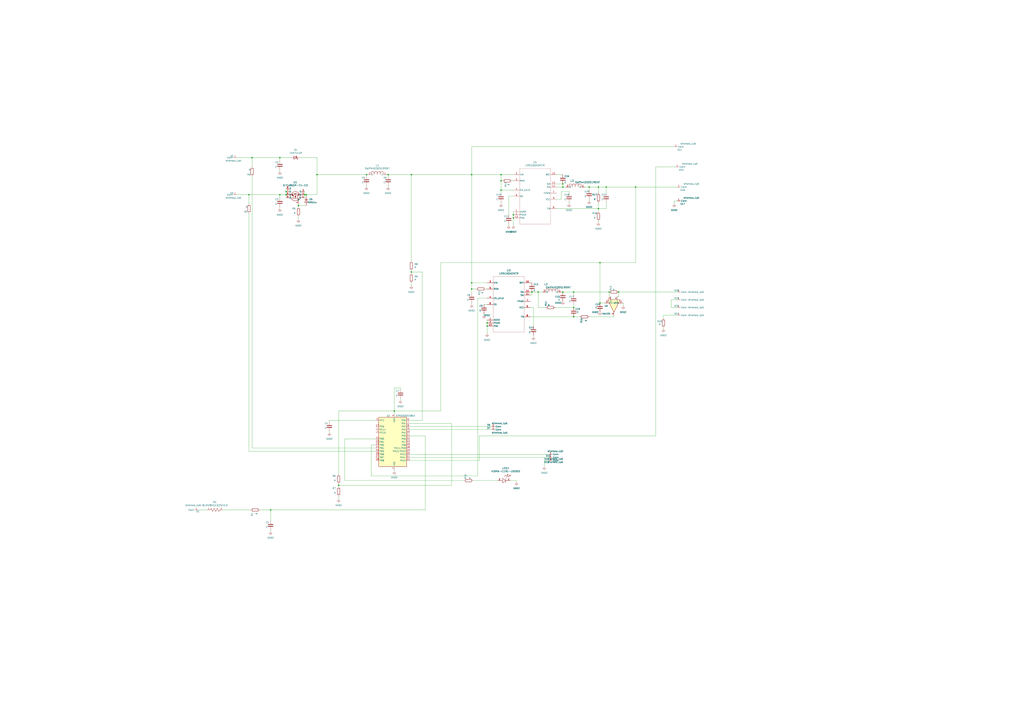
<source format=kicad_sch>
(kicad_sch (version 20230121) (generator eeschema)
  (paper "A1")
  (lib_symbols
    (symbol "Amplifier_Current:INA193" (pin_names (offset 0.127))
      (property "Reference" "U" (at 3.81 3.81 0))
      (property "Value" "INA193" (at 3.81 -3.81 0))
      (symbol "INA193_0_1"
        (polyline (pts (xy 5.08 0) (xy -5.08 5.08) (xy -5.08 -5.08) (xy 5.08 0)) (stroke (width 0.254)) (fill (type background)))
      )
      (symbol "INA193_1_1"
        (pin output line (at 7.62 0 180) (length 2.54) (name "~") (number "1"))
        (pin power_in line (at -2.54 -7.62 90) (length 3.81) (name "GND") (number "2"))
        (pin input line (at -7.62 2.54 0) (length 2.54) (name "+") (number "3"))
        (pin input line (at -7.62 -2.54 0) (length 2.54) (name "-") (number "4"))
        (pin power_in line (at -2.54 7.62 270) (length 3.81) (name "V+") (number "5"))
      )
    )
    (symbol "BLM18KG102SH1D:BLM18KG102SH1D" (pin_names (offset 0.254))
      (property "Reference" "R" (at 5.715 3.81 0))
      (property "Value" "BLM18KG102SH1D" (at 6.35 -3.81 0))
      (symbol "BLM18KG102SH1D_1_1"
        (polyline (pts (xy 2.54 0) (xy 3.175 1.27)) (stroke (width 0.2032)))
        (polyline (pts (xy 3.175 1.27) (xy 4.445 -1.27)) (stroke (width 0.2032)))
        (polyline (pts (xy 4.445 -1.27) (xy 5.715 1.27)) (stroke (width 0.2032)))
        (polyline (pts (xy 5.715 1.27) (xy 6.985 -1.27)) (stroke (width 0.2032)))
        (polyline (pts (xy 6.985 -1.27) (xy 8.255 1.27)) (stroke (width 0.2032)))
        (polyline (pts (xy 8.255 1.27) (xy 9.525 -1.27)) (stroke (width 0.2032)))
        (polyline (pts (xy 9.525 -1.27) (xy 10.16 0)) (stroke (width 0.2032)))
        (pin unspecified line (at 0 0 0) (length 2.54) (name "") (number "1"))
        (pin unspecified line (at 12.7 0 180) (length 2.54) (name "") (number "2"))
      )
      (symbol "BLM18KG102SH1D_1_2"
        (polyline (pts (xy -1.27 3.175) (xy 1.27 4.445)) (stroke (width 0.2032)))
        (polyline (pts (xy -1.27 5.715) (xy 1.27 6.985)) (stroke (width 0.2032)))
        (polyline (pts (xy -1.27 8.255) (xy 1.27 9.525)) (stroke (width 0.2032)))
        (polyline (pts (xy 0 2.54) (xy -1.27 3.175)) (stroke (width 0.2032)))
        (polyline (pts (xy 1.27 4.445) (xy -1.27 5.715)) (stroke (width 0.2032)))
        (polyline (pts (xy 1.27 6.985) (xy -1.27 8.255)) (stroke (width 0.2032)))
        (polyline (pts (xy 1.27 9.525) (xy 0 10.16)) (stroke (width 0.2032)))
        (pin unspecified line (at 0 12.7 270) (length 2.54) (name "") (number "1"))
        (pin unspecified line (at 0 0 90) (length 2.54) (name "") (number "2"))
      )
    )
    (symbol "Connectors_for_Wire:WireHole_1p5"
      (property "Reference" "D" (at 0 -1.27 0))
      (property "Value" "WireHole_1p5" (at 0 1.27 0))
      (symbol "WireHole_1p5_1_0"
        (pin bidirectional line (at 0 0 0) (length 2.54) (name "Conn") (number "1"))
      )
    )
    (symbol "Device:C" (pin_numbers hide) (pin_names (offset 0.254))
      (property "Reference" "C" (at 0.635 2.54 0))
      (property "Value" "C" (at 0.635 -2.54 0))
      (symbol "C_0_1"
        (polyline (pts (xy -2.032 -0.762) (xy 2.032 -0.762)) (stroke (width 0.508)))
        (polyline (pts (xy -2.032 0.762) (xy 2.032 0.762)) (stroke (width 0.508)))
      )
      (symbol "C_1_1"
        (pin passive line (at 0 3.81 270) (length 2.794) (name "~") (number "1"))
        (pin passive line (at 0 -3.81 90) (length 2.794) (name "~") (number "2"))
      )
    )
    (symbol "Device:R" (pin_numbers hide) (pin_names (offset 0))
      (property "Reference" "R" (at 2.032 0 90))
      (property "Value" "R" (at 0 0 90))
      (symbol "R_0_1"
        (rectangle (start -1.016 -2.54) (end 1.016 2.54) (stroke (width 0.254)))
      )
      (symbol "R_1_1"
        (pin passive line (at 0 3.81 270) (length 1.27) (name "~") (number "1"))
        (pin passive line (at 0 -3.81 90) (length 1.27) (name "~") (number "2"))
      )
    )
    (symbol "Diode:1N5711UR" (pin_numbers hide) (pin_names (offset 1.016) hide)
      (property "Reference" "D" (at 0 2.54 0))
      (property "Value" "1N5711UR" (at 0 -2.54 0))
      (symbol "1N5711UR_0_1"
        (polyline (pts (xy 1.27 0) (xy -1.27 0)))
        (polyline (pts (xy 1.27 1.27) (xy 1.27 -1.27) (xy -1.27 0) (xy 1.27 1.27)) (stroke (width 0.254)))
        (polyline (pts (xy -1.905 0.635) (xy -1.905 1.27) (xy -1.27 1.27) (xy -1.27 -1.27) (xy -0.635 -1.27) (xy -0.635 -0.635)) (stroke (width 0.254)))
      )
      (symbol "1N5711UR_1_1"
        (pin passive line (at -3.81 0 0) (length 2.54) (name "K") (number "1"))
        (pin passive line (at 3.81 0 180) (length 2.54) (name "A") (number "2"))
      )
    )
    (symbol "Diode:MM5Zxx" (pin_numbers hide) (pin_names hide)
      (property "Reference" "D" (at 0 2.54 0))
      (property "Value" "MM5Zxx" (at 0 -2.54 0))
      (symbol "MM5Zxx_0_1"
        (polyline (pts (xy 1.27 0) (xy -1.27 0)))
        (polyline (pts (xy -1.27 -1.27) (xy -1.27 1.27) (xy -0.762 1.27)) (stroke (width 0.254)))
        (polyline (pts (xy 1.27 -1.27) (xy 1.27 1.27) (xy -1.27 0) (xy 1.27 -1.27)) (stroke (width 0.254)))
      )
      (symbol "MM5Zxx_1_1"
        (pin passive line (at -3.81 0 0) (length 2.54) (name "K") (number "1"))
        (pin passive line (at 3.81 0 180) (length 2.54) (name "A") (number "2"))
      )
    )
    (symbol "HSMW-C191:HSMW-C191-U0000" (pin_names (offset 0.254))
      (property "Reference" "LED" (at 5.08 -4.445 0))
      (property "Value" "HSMW-C191-U0000" (at 5.08 -7.62 0))
      (symbol "HSMW-C191-U0000_0_1"
        (polyline (pts (xy 2.54 0) (xy 3.4798 0)) (stroke (width 0.2032)))
        (polyline (pts (xy 3.175 0) (xy 3.81 0)) (stroke (width 0.2032)))
        (polyline (pts (xy 3.81 -1.905) (xy 6.35 0)) (stroke (width 0.2032)))
        (polyline (pts (xy 3.81 1.905) (xy 3.81 -1.905)) (stroke (width 0.2032)))
        (polyline (pts (xy 5.08 3.175) (xy 6.35 4.445)) (stroke (width 0.2032)))
        (polyline (pts (xy 6.35 -1.905) (xy 6.35 1.905)) (stroke (width 0.2032)))
        (polyline (pts (xy 6.35 0) (xy 3.81 1.905)) (stroke (width 0.2032)))
        (polyline (pts (xy 6.35 0) (xy 7.62 0)) (stroke (width 0.2032)))
        (polyline (pts (xy 6.35 4.445) (xy 6.985 3.81)) (stroke (width 0.2032)))
        (polyline (pts (xy 6.985 2.54) (xy 8.255 3.81)) (stroke (width 0.2032)))
        (polyline (pts (xy 6.985 3.81) (xy 8.255 5.08)) (stroke (width 0.2032)))
        (polyline (pts (xy 7.62 5.08) (xy 8.255 4.445)) (stroke (width 0.2032)))
        (polyline (pts (xy 8.255 3.81) (xy 8.89 3.175)) (stroke (width 0.2032)))
        (polyline (pts (xy 8.255 4.445) (xy 8.255 5.08)) (stroke (width 0.2032)))
        (polyline (pts (xy 8.255 5.08) (xy 7.62 5.08)) (stroke (width 0.2032)))
        (polyline (pts (xy 8.89 3.175) (xy 10.16 4.445)) (stroke (width 0.2032)))
        (polyline (pts (xy 9.525 4.445) (xy 10.16 3.81)) (stroke (width 0.2032)))
        (polyline (pts (xy 10.16 3.81) (xy 10.16 4.445)) (stroke (width 0.2032)))
        (polyline (pts (xy 10.16 4.445) (xy 9.525 4.445)) (stroke (width 0.2032)))
        (pin unspecified line (at 10.16 0 180) (length 2.54) (name "") (number "1"))
        (pin unspecified line (at 0 0 0) (length 2.54) (name "") (number "2"))
      )
    )
    (symbol "LM5160ADNTR:LM5160ADNTR" (pin_names (offset 0.254))
      (property "Reference" "U" (at 0 2.54 0))
      (property "Value" "LM5160ADNTR" (at 0 0 0))
      (symbol "LM5160ADNTR_0_1"
        (polyline (pts (xy -12.7 -22.86) (xy 12.7 -22.86)) (stroke (width 0.1016)))
        (polyline (pts (xy -12.7 22.86) (xy -12.7 -22.86)) (stroke (width 0.1016)))
        (polyline (pts (xy 12.7 -22.86) (xy 12.7 22.86)) (stroke (width 0.1016)))
        (polyline (pts (xy 12.7 22.86) (xy -12.7 22.86)) (stroke (width 0.1016)))
        (pin power_in line (at -17.78 -12.7 0) (length 5.08) (name "AGND") (number "1"))
        (pin power_in line (at 17.78 17.78 180) (length 5.08) (name "BST") (number "10"))
        (pin power_in line (at 17.78 7.62 180) (length 5.08) (name "SW") (number "11"))
        (pin power_in line (at 17.78 10.16 180) (length 5.08) (name "SW") (number "12"))
        (pin power_in line (at -17.78 -17.78 0) (length 5.08) (name "PAD") (number "13"))
        (pin power_in line (at -17.78 -15.24 0) (length 5.08) (name "PGND") (number "2"))
        (pin power_in line (at -17.78 17.78 0) (length 5.08) (name "VIN") (number "3"))
        (pin input line (at -17.78 5.08 0) (length 5.08) (name "EN_UVLO") (number "4"))
        (pin input line (at -17.78 12.7 0) (length 5.08) (name "RON") (number "5"))
        (pin input line (at -17.78 0 0) (length 5.08) (name "SS") (number "6"))
        (pin input line (at 17.78 2.54 180) (length 5.08) (name "FPWM") (number "7"))
        (pin input line (at 17.78 -10.16 180) (length 5.08) (name "FB") (number "8"))
        (pin power_in line (at 17.78 -2.54 180) (length 5.08) (name "VCC") (number "9"))
      )
    )
    (symbol "MCU_ST_STM32G0:STM32G031G8Ux"
      (property "Reference" "U" (at -10.16 21.59 0))
      (property "Value" "STM32G031G8Ux" (at 5.08 21.59 0))
      (symbol "STM32G031G8Ux_0_1"
        (rectangle (start -10.16 -20.32) (end 12.7 20.32) (stroke (width 0.254)) (fill (type background)))
      )
      (symbol "STM32G031G8Ux_1_1"
        (pin bidirectional line (at -12.7 10.16 0) (length 2.54) (name "PC14") (number "1"))
        (pin bidirectional line (at 15.24 7.62 180) (length 2.54) (name "PA4") (number "10"))
        (pin bidirectional line (at 15.24 5.08 180) (length 2.54) (name "PA5") (number "11"))
        (pin bidirectional line (at 15.24 2.54 180) (length 2.54) (name "PA6") (number "12"))
        (pin bidirectional line (at 15.24 0 180) (length 2.54) (name "PA7") (number "13"))
        (pin bidirectional line (at -12.7 2.54 0) (length 2.54) (name "PB0") (number "14"))
        (pin bidirectional line (at -12.7 0 0) (length 2.54) (name "PB1") (number "15"))
        (pin bidirectional line (at 15.24 -2.54 180) (length 2.54) (name "PA8") (number "16"))
        (pin bidirectional line (at -12.7 12.7 0) (length 2.54) (name "PC6") (number "17"))
        (pin bidirectional line (at 15.24 -5.08 180) (length 2.54) (name "PA11/PA9") (number "18"))
        (pin bidirectional line (at 15.24 -7.62 180) (length 2.54) (name "PA12/PA10") (number "19"))
        (pin bidirectional line (at -12.7 7.62 0) (length 2.54) (name "PC15") (number "2"))
        (pin bidirectional line (at 15.24 -10.16 180) (length 2.54) (name "PA13") (number "20"))
        (pin bidirectional line (at 15.24 -12.7 180) (length 2.54) (name "PA14") (number "21"))
        (pin bidirectional line (at 15.24 -15.24 180) (length 2.54) (name "PA15") (number "22"))
        (pin bidirectional line (at -12.7 -2.54 0) (length 2.54) (name "PB3") (number "23"))
        (pin bidirectional line (at -12.7 -5.08 0) (length 2.54) (name "PB4") (number "24"))
        (pin bidirectional line (at -12.7 -7.62 0) (length 2.54) (name "PB5") (number "25"))
        (pin bidirectional line (at -12.7 -10.16 0) (length 2.54) (name "PB6") (number "26"))
        (pin bidirectional line (at -12.7 -12.7 0) (length 2.54) (name "PB7") (number "27"))
        (pin bidirectional line (at -12.7 -15.24 0) (length 2.54) (name "PB8") (number "28"))
        (pin power_in line (at 2.54 22.86 270) (length 2.54) (name "VDD") (number "3"))
        (pin power_in line (at 2.54 -22.86 90) (length 2.54) (name "VSS") (number "4"))
        (pin bidirectional line (at -12.7 17.78 0) (length 2.54) (name "PF2") (number "5"))
        (pin bidirectional line (at 15.24 17.78 180) (length 2.54) (name "PA0") (number "6"))
        (pin bidirectional line (at 15.24 15.24 180) (length 2.54) (name "PA1") (number "7"))
        (pin bidirectional line (at 15.24 12.7 180) (length 2.54) (name "PA2") (number "8"))
        (pin bidirectional line (at 15.24 10.16 180) (length 2.54) (name "PA3") (number "9"))
      )
    )
    (symbol "SI7489DP:SI7489DP-T1-E3" (pin_names (offset 0.254))
      (property "Reference" "U" (at 11.43 -0.635 0))
      (property "Value" "SI7489DP-T1-E3" (at 11.43 -5.08 0))
      (symbol "SI7489DP-T1-E3_0_1"
        (polyline (pts (xy 2.54 0) (xy 4.445 0)) (stroke (width 0.2032)))
        (polyline (pts (xy 4.445 -5.08) (xy 4.445 0)) (stroke (width 0.2032)))
        (polyline (pts (xy 5.08 -7.62) (xy 12.7 -7.62)) (stroke (width 0.127)))
        (polyline (pts (xy 5.08 -5.08) (xy 5.08 -3.81)) (stroke (width 0.2032)))
        (polyline (pts (xy 5.08 -4.445) (xy 6.985 -4.445)) (stroke (width 0.2032)))
        (polyline (pts (xy 5.08 -3.175) (xy 5.08 -1.905)) (stroke (width 0.2032)))
        (polyline (pts (xy 5.08 -1.27) (xy 5.08 0)) (stroke (width 0.2032)))
        (polyline (pts (xy 5.08 -0.635) (xy 6.985 -0.635)) (stroke (width 0.2032)))
        (polyline (pts (xy 5.08 2.54) (xy 10.16 2.54)) (stroke (width 0.127)))
        (polyline (pts (xy 5.715 -2.54) (xy 5.08 -2.54)) (stroke (width 0.2032)))
        (polyline (pts (xy 6.985 -5.08) (xy 8.255 -5.08)) (stroke (width 0.2032)))
        (polyline (pts (xy 6.985 -4.445) (xy 6.985 -5.08)) (stroke (width 0.127)))
        (polyline (pts (xy 6.985 -0.635) (xy 6.985 -2.54)) (stroke (width 0.2032)))
        (polyline (pts (xy 6.985 -0.635) (xy 6.985 0)) (stroke (width 0.2032)))
        (polyline (pts (xy 6.985 0) (xy 8.255 0)) (stroke (width 0.2032)))
        (polyline (pts (xy 7.62 -7.62) (xy 7.62 -5.08)) (stroke (width 0.127)))
        (polyline (pts (xy 7.62 2.54) (xy 7.6454 0)) (stroke (width 0.127)))
        (polyline (pts (xy 8.255 -5.08) (xy 8.255 -3.175)) (stroke (width 0.2032)))
        (polyline (pts (xy 8.255 -1.905) (xy 8.255 0)) (stroke (width 0.2032)))
        (polyline (pts (xy 8.89 -1.905) (xy 7.62 -1.905)) (stroke (width 0.2032)))
        (polyline (pts (xy 5.715 -3.175) (xy 6.985 -2.54) (xy 5.715 -1.905)) (stroke (width 0.0254)) (fill (type outline)))
        (polyline (pts (xy 8.89 -3.175) (xy 7.62 -3.175) (xy 8.255 -1.905)) (stroke (width 0.0254)) (fill (type outline)))
        (circle (center 6.35 -2.54) (radius 3.81) (stroke (width 0.254)))
        (circle (center 6.985 -4.445) (radius 0.0254) (stroke (width 0.508)))
        (circle (center 7.62 -5.08) (radius 0.0254) (stroke (width 0.508)))
        (circle (center 7.62 0) (radius 0.0254) (stroke (width 0.508)))
        (pin unspecified line (at 5.08 5.08 270) (length 2.54) (name "S") (number "1"))
        (pin unspecified line (at 7.62 5.08 270) (length 2.54) (name "S") (number "2"))
        (pin unspecified line (at 10.16 5.08 270) (length 2.54) (name "S") (number "3"))
        (pin unspecified line (at 0 0 0) (length 2.54) (name "G") (number "4"))
        (pin unspecified line (at 5.08 -10.16 90) (length 2.54) (name "D") (number "5"))
        (pin unspecified line (at 7.62 -10.16 90) (length 2.54) (name "D") (number "6"))
        (pin unspecified line (at 10.16 -10.16 90) (length 2.54) (name "D") (number "7"))
        (pin unspecified line (at 12.7 -10.16 90) (length 2.54) (name "D") (number "8"))
      )
    )
    (symbol "SWPA4030S1R0NT:SWPA4030S1R0NT" (pin_names (offset 0.254))
      (property "Reference" "L" (at 6.985 5.08 0))
      (property "Value" "SWPA4030S1R0NT" (at 6.985 -2.54 0))
      (symbol "SWPA4030S1R0NT_1_1"
        (polyline (pts (xy 2.54 0) (xy 2.54 1.27)) (stroke (width 0.2032)))
        (polyline (pts (xy 5.08 0) (xy 5.08 1.27)) (stroke (width 0.2032)))
        (polyline (pts (xy 7.62 0) (xy 7.62 1.27)) (stroke (width 0.2032)))
        (polyline (pts (xy 10.16 0) (xy 10.16 1.27)) (stroke (width 0.2032)))
        (polyline (pts (xy 12.7 0) (xy 12.7 1.27)) (stroke (width 0.2032)))
        (arc (start 5.08 1.27) (mid 3.81 2.5345) (end 2.54 1.27) (stroke (width 0.2032)))
        (arc (start 7.62 1.27) (mid 6.35 2.5345) (end 5.08 1.27) (stroke (width 0.2032)))
        (arc (start 10.16 1.27) (mid 8.89 2.5345) (end 7.62 1.27) (stroke (width 0.2032)))
        (arc (start 12.7 1.27) (mid 11.43 2.5345) (end 10.16 1.27) (stroke (width 0.2032)))
        (pin unspecified line (at 15.24 0 180) (length 2.54) (name "1") (number "1"))
        (pin unspecified line (at 0 0 0) (length 2.54) (name "2") (number "2"))
      )
      (symbol "SWPA4030S1R0NT_1_2"
        (arc (start -1.27 5.08) (mid -2.5345 3.81) (end -1.27 2.54) (stroke (width 0.2032)))
        (arc (start -1.27 7.62) (mid -2.5345 6.35) (end -1.27 5.08) (stroke (width 0.2032)))
        (arc (start -1.27 10.16) (mid -2.5345 8.89) (end -1.27 7.62) (stroke (width 0.2032)))
        (arc (start -1.27 12.7) (mid -2.5345 11.43) (end -1.27 10.16) (stroke (width 0.2032)))
        (polyline (pts (xy 0 2.54) (xy -1.27 2.54)) (stroke (width 0.2032)))
        (polyline (pts (xy 0 5.08) (xy -1.27 5.08)) (stroke (width 0.2032)))
        (polyline (pts (xy 0 7.62) (xy -1.27 7.62)) (stroke (width 0.2032)))
        (polyline (pts (xy 0 10.16) (xy -1.27 10.16)) (stroke (width 0.2032)))
        (polyline (pts (xy 0 12.7) (xy -1.27 12.7)) (stroke (width 0.2032)))
        (pin unspecified line (at 0 15.24 270) (length 2.54) (name "1") (number "1"))
        (pin unspecified line (at 0 0 90) (length 2.54) (name "2") (number "2"))
      )
    )
    (symbol "power:GND2" (power) (pin_names (offset 0))
      (property "Value" "GND2" (at 0 -3.81 0))
      (symbol "GND2_0_1"
        (polyline (pts (xy 0 0) (xy 0 -1.27) (xy 1.27 -1.27) (xy 0 -2.54) (xy -1.27 -1.27) (xy 0 -1.27)))
      )
      (symbol "GND2_1_1"
        (pin power_in line (at 0 0 270) (length 0) hide (name "GND2") (number "1"))
      )
    )
  )
  (junction (at 245.11 168.91))
  (junction (at 471.17 252.73))
  (junction (at 492.76 248.92))
  (junction (at 411.48 156.21))
  (junction (at 491.49 171.45))
  (junction (at 508 240.03))
  (junction (at 222.25 419.1))
  (junction (at 234.95 157.48))
  (junction (at 462.28 240.03))
  (junction (at 318.77 143.51))
  (junction (at 400.05 267.97))
  (junction (at 500.38 240.03))
  (junction (at 229.87 160.02))
  (junction (at 411.48 143.51))
  (junction (at 411.48 148.59))
  (junction (at 278.13 398.78))
  (junction (at 229.87 129.54))
  (junction (at 436.88 240.03))
  (junction (at 491.49 153.67))
  (junction (at 441.96 240.03))
  (junction (at 421.64 179.07))
  (junction (at 250.19 160.02))
  (junction (at 387.35 232.41))
  (junction (at 471.17 240.03))
  (junction (at 497.84 153.67))
  (junction (at 462.28 153.67))
  (junction (at 492.76 215.9))
  (junction (at 387.35 237.49))
  (junction (at 400.05 265.43))
  (junction (at 337.82 223.52))
  (junction (at 337.82 143.51))
  (junction (at 483.87 153.67))
  (junction (at 234.95 160.02))
  (junction (at 471.17 260.35))
  (junction (at 462.28 151.13))
  (junction (at 260.35 143.51))
  (junction (at 421.64 176.53))
  (junction (at 207.01 129.54))
  (junction (at 251.46 160.02))
  (junction (at 387.35 143.51))
  (junction (at 204.47 160.02))
  (junction (at 300.99 143.51))
  (junction (at 323.85 337.82))
  (junction (at 521.97 153.67))
  (wire (pts (xy 553.72 165.1) (xy 553.72 167.64)))
  (wire (pts (xy 222.25 419.1) (xy 222.25 427.99)))
  (wire (pts (xy 497.84 166.37) (xy 497.84 171.45)))
  (wire (pts (xy 556.26 240.03) (xy 508 240.03)))
  (wire (pts (xy 336.55 353.06) (xy 403.86 353.06)))
  (wire (pts (xy 419.1 394.97) (xy 424.18 394.97)))
  (wire (pts (xy 457.2 151.13) (xy 462.28 151.13)))
  (wire (pts (xy 300.99 152.4) (xy 300.99 153.67)))
  (wire (pts (xy 424.18 394.97) (xy 424.18 396.24)))
  (wire (pts (xy 398.78 237.49) (xy 400.05 237.49)))
  (wire (pts (xy 491.49 158.75) (xy 491.49 153.67)))
  (wire (pts (xy 483.87 153.67) (xy 491.49 153.67)))
  (wire (pts (xy 461.01 240.03) (xy 462.28 240.03)))
  (wire (pts (xy 278.13 337.82) (xy 278.13 389.89)))
  (wire (pts (xy 420.37 148.59) (xy 421.64 148.59)))
  (wire (pts (xy 387.35 232.41) (xy 400.05 232.41)))
  (wire (pts (xy 411.48 143.51) (xy 411.48 148.59)))
  (wire (pts (xy 304.8 391.16) (xy 392.43 391.16)))
  (wire (pts (xy 336.55 345.44) (xy 346.71 345.44)))
  (wire (pts (xy 207.01 368.3) (xy 308.61 368.3)))
  (wire (pts (xy 336.55 350.52) (xy 403.86 350.52)))
  (wire (pts (xy 511.81 251.46) (xy 511.81 248.92)))
  (wire (pts (xy 204.47 160.02) (xy 194.31 160.02)))
  (wire (pts (xy 411.48 166.37) (xy 411.48 167.64)))
  (wire (pts (xy 270.51 346.71) (xy 270.51 345.44)))
  (wire (pts (xy 387.35 120.65) (xy 387.35 143.51)))
  (wire (pts (xy 245.11 168.91) (xy 245.11 170.18)))
  (wire (pts (xy 497.84 153.67) (xy 521.97 153.67)))
  (wire (pts (xy 387.35 120.65) (xy 553.72 120.65)))
  (wire (pts (xy 544.83 259.08) (xy 556.26 259.08)))
  (wire (pts (xy 204.47 370.84) (xy 308.61 370.84)))
  (wire (pts (xy 483.87 153.67) (xy 483.87 156.21)))
  (wire (pts (xy 461.01 157.48) (xy 461.01 163.83)))
  (wire (pts (xy 387.35 232.41) (xy 387.35 237.49)))
  (wire (pts (xy 387.35 143.51) (xy 387.35 232.41)))
  (wire (pts (xy 392.43 245.11) (xy 392.43 391.16)))
  (wire (pts (xy 204.47 175.26) (xy 204.47 370.84)))
  (wire (pts (xy 538.48 358.14) (xy 393.7 358.14)))
  (wire (pts (xy 270.51 345.44) (xy 308.61 345.44)))
  (wire (pts (xy 229.87 129.54) (xy 229.87 132.08)))
  (wire (pts (xy 450.85 378.46) (xy 447.04 378.46)))
  (wire (pts (xy 337.82 223.52) (xy 337.82 224.79)))
  (wire (pts (xy 337.82 143.51) (xy 337.82 214.63)))
  (wire (pts (xy 411.48 148.59) (xy 412.75 148.59)))
  (wire (pts (xy 245.11 177.8) (xy 245.11 180.34)))
  (wire (pts (xy 521.97 153.67) (xy 556.26 153.67)))
  (wire (pts (xy 436.88 240.03) (xy 441.96 240.03)))
  (wire (pts (xy 162.56 419.1) (xy 170.18 419.1)))
  (wire (pts (xy 182.88 419.1) (xy 205.74 419.1)))
  (wire (pts (xy 400.05 262.89) (xy 400.05 265.43)))
  (wire (pts (xy 421.64 176.53) (xy 421.64 179.07)))
  (wire (pts (xy 400.05 265.43) (xy 400.05 267.97)))
  (wire (pts (xy 260.35 143.51) (xy 300.99 143.51)))
  (wire (pts (xy 337.82 143.51) (xy 387.35 143.51)))
  (wire (pts (xy 361.95 337.82) (xy 323.85 337.82)))
  (wire (pts (xy 328.93 320.04) (xy 328.93 318.77)))
  (wire (pts (xy 229.87 129.54) (xy 238.76 129.54)))
  (wire (pts (xy 438.15 252.73) (xy 435.61 252.73)))
  (wire (pts (xy 471.17 240.03) (xy 471.17 242.57)))
  (wire (pts (xy 328.93 327.66) (xy 328.93 328.93)))
  (wire (pts (xy 370.84 347.98) (xy 370.84 398.78)))
  (wire (pts (xy 471.17 260.35) (xy 476.25 260.35)))
  (wire (pts (xy 492.76 215.9) (xy 361.95 215.9)))
  (wire (pts (xy 337.82 232.41) (xy 337.82 234.95)))
  (wire (pts (xy 234.95 157.48) (xy 234.95 160.02)))
  (wire (pts (xy 438.15 252.73) (xy 438.15 267.97)))
  (wire (pts (xy 318.77 143.51) (xy 337.82 143.51)))
  (wire (pts (xy 441.96 252.73) (xy 448.31 252.73)))
  (wire (pts (xy 417.83 161.29) (xy 417.83 176.53)))
  (wire (pts (xy 556.26 165.1) (xy 553.72 165.1)))
  (wire (pts (xy 222.25 419.1) (xy 213.36 419.1)))
  (wire (pts (xy 467.36 157.48) (xy 467.36 158.75)))
  (wire (pts (xy 551.18 252.73) (xy 551.18 246.38)))
  (wire (pts (xy 245.11 168.91) (xy 251.46 168.91)))
  (wire (pts (xy 438.15 275.59) (xy 438.15 276.86)))
  (wire (pts (xy 229.87 160.02) (xy 229.87 162.56)))
  (wire (pts (xy 361.95 215.9) (xy 361.95 337.82)))
  (wire (pts (xy 300.99 143.51) (xy 300.99 144.78)))
  (wire (pts (xy 336.55 373.38) (xy 450.85 373.38)))
  (wire (pts (xy 234.95 160.02) (xy 229.87 160.02)))
  (wire (pts (xy 491.49 166.37) (xy 491.49 171.45)))
  (wire (pts (xy 393.7 378.46) (xy 393.7 358.14)))
  (wire (pts (xy 308.61 365.76) (xy 304.8 365.76)))
  (wire (pts (xy 251.46 161.29) (xy 251.46 160.02)))
  (wire (pts (xy 260.35 143.51) (xy 260.35 160.02)))
  (wire (pts (xy 304.8 365.76) (xy 304.8 391.16)))
  (wire (pts (xy 467.36 166.37) (xy 467.36 167.64)))
  (wire (pts (xy 483.87 153.67) (xy 480.06 153.67)))
  (wire (pts (xy 435.61 260.35) (xy 471.17 260.35)))
  (wire (pts (xy 370.84 398.78) (xy 278.13 398.78)))
  (wire (pts (xy 323.85 386.08) (xy 323.85 387.35)))
  (wire (pts (xy 283.21 394.97) (xy 283.21 360.68)))
  (wire (pts (xy 397.51 250.19) (xy 400.05 250.19)))
  (wire (pts (xy 207.01 129.54) (xy 229.87 129.54)))
  (wire (pts (xy 246.38 129.54) (xy 260.35 129.54)))
  (wire (pts (xy 278.13 398.78) (xy 278.13 400.05)))
  (wire (pts (xy 229.87 139.7) (xy 229.87 140.97)))
  (wire (pts (xy 435.61 242.57) (xy 436.88 242.57)))
  (wire (pts (xy 492.76 215.9) (xy 492.76 248.92)))
  (wire (pts (xy 417.83 161.29) (xy 421.64 161.29)))
  (wire (pts (xy 504.19 260.35) (xy 483.87 260.35)))
  (wire (pts (xy 491.49 181.61) (xy 491.49 182.88)))
  (wire (pts (xy 554.99 137.16) (xy 538.48 137.16)))
  (wire (pts (xy 222.25 419.1) (xy 349.25 419.1)))
  (wire (pts (xy 500.38 240.03) (xy 500.38 243.84)))
  (wire (pts (xy 491.49 171.45) (xy 491.49 173.99)))
  (wire (pts (xy 328.93 318.77) (xy 323.85 318.77)))
  (wire (pts (xy 400.05 267.97) (xy 400.05 274.32)))
  (wire (pts (xy 336.55 375.92) (xy 450.85 375.92)))
  (wire (pts (xy 278.13 397.51) (xy 278.13 398.78)))
  (wire (pts (xy 349.25 358.14) (xy 349.25 419.1)))
  (wire (pts (xy 381 394.97) (xy 283.21 394.97)))
  (wire (pts (xy 234.95 154.94) (xy 234.95 157.48)))
  (wire (pts (xy 250.19 160.02) (xy 250.19 162.56)))
  (wire (pts (xy 300.99 143.51) (xy 302.26 143.51)))
  (wire (pts (xy 318.77 152.4) (xy 318.77 153.67)))
  (wire (pts (xy 270.51 354.33) (xy 270.51 355.6)))
  (wire (pts (xy 471.17 240.03) (xy 500.38 240.03)))
  (wire (pts (xy 278.13 337.82) (xy 323.85 337.82)))
  (wire (pts (xy 521.97 153.67) (xy 521.97 215.9)))
  (wire (pts (xy 207.01 144.78) (xy 207.01 368.3)))
  (wire (pts (xy 521.97 215.9) (xy 492.76 215.9)))
  (wire (pts (xy 457.2 143.51) (xy 462.28 143.51)))
  (wire (pts (xy 387.35 248.92) (xy 387.35 250.19)))
  (wire (pts (xy 318.77 143.51) (xy 318.77 144.78)))
  (wire (pts (xy 250.19 157.48) (xy 250.19 160.02)))
  (wire (pts (xy 411.48 156.21) (xy 421.64 156.21)))
  (wire (pts (xy 544.83 269.24) (xy 544.83 270.51)))
  (wire (pts (xy 278.13 407.67) (xy 278.13 410.21)))
  (wire (pts (xy 411.48 143.51) (xy 421.64 143.51)))
  (wire (pts (xy 462.28 153.67) (xy 464.82 153.67)))
  (wire (pts (xy 491.49 171.45) (xy 497.84 171.45)))
  (wire (pts (xy 346.71 223.52) (xy 337.82 223.52)))
  (wire (pts (xy 411.48 148.59) (xy 411.48 156.21)))
  (wire (pts (xy 245.11 167.64) (xy 245.11 168.91)))
  (wire (pts (xy 251.46 160.02) (xy 250.19 160.02)))
  (wire (pts (xy 204.47 160.02) (xy 204.47 167.64)))
  (wire (pts (xy 455.93 252.73) (xy 471.17 252.73)))
  (wire (pts (xy 504.19 259.08) (xy 504.19 260.35)))
  (wire (pts (xy 336.55 347.98) (xy 370.84 347.98)))
  (wire (pts (xy 500.38 243.84) (xy 501.65 243.84)))
  (wire (pts (xy 462.28 240.03) (xy 471.17 240.03)))
  (wire (pts (xy 441.96 240.03) (xy 441.96 252.73)))
  (wire (pts (xy 461.01 157.48) (xy 467.36 157.48)))
  (wire (pts (xy 417.83 184.15) (xy 417.83 185.42)))
  (wire (pts (xy 538.48 137.16) (xy 538.48 358.14)))
  (wire (pts (xy 556.26 252.73) (xy 551.18 252.73)))
  (wire (pts (xy 411.48 156.21) (xy 411.48 158.75)))
  (wire (pts (xy 497.84 158.75) (xy 497.84 153.67)))
  (wire (pts (xy 234.95 160.02) (xy 234.95 162.56)))
  (wire (pts (xy 471.17 250.19) (xy 471.17 252.73)))
  (wire (pts (xy 222.25 435.61) (xy 222.25 436.88)))
  (wire (pts (xy 283.21 360.68) (xy 308.61 360.68)))
  (wire (pts (xy 387.35 237.49) (xy 387.35 241.3)))
  (wire (pts (xy 457.2 171.45) (xy 491.49 171.45)))
  (wire (pts (xy 544.83 259.08) (xy 544.83 261.62)))
  (wire (pts (xy 461.01 163.83) (xy 457.2 163.83)))
  (wire (pts (xy 387.35 237.49) (xy 391.16 237.49)))
  (wire (pts (xy 462.28 151.13) (xy 462.28 153.67)))
  (wire (pts (xy 318.77 143.51) (xy 317.5 143.51)))
  (wire (pts (xy 457.2 153.67) (xy 462.28 153.67)))
  (wire (pts (xy 207.01 129.54) (xy 207.01 137.16)))
  (wire (pts (xy 337.82 222.25) (xy 337.82 223.52)))
  (wire (pts (xy 421.64 173.99) (xy 421.64 176.53)))
  (wire (pts (xy 483.87 163.83) (xy 483.87 165.1)))
  (wire (pts (xy 508 240.03) (xy 508 243.84)))
  (wire (pts (xy 421.64 179.07) (xy 421.64 185.42)))
  (wire (pts (xy 435.61 232.41) (xy 436.88 232.41)))
  (wire (pts (xy 392.43 245.11) (xy 400.05 245.11)))
  (wire (pts (xy 323.85 340.36) (xy 323.85 337.82)))
  (wire (pts (xy 260.35 160.02) (xy 251.46 160.02)))
  (wire (pts (xy 323.85 318.77) (xy 323.85 337.82)))
  (wire (pts (xy 229.87 170.18) (xy 229.87 171.45)))
  (wire (pts (xy 388.62 394.97) (xy 408.94 394.97)))
  (wire (pts (xy 387.35 143.51) (xy 411.48 143.51)))
  (wire (pts (xy 491.49 153.67) (xy 497.84 153.67)))
  (wire (pts (xy 508 243.84) (xy 506.73 243.84)))
  (wire (pts (xy 260.35 129.54) (xy 260.35 143.51)))
  (wire (pts (xy 346.71 223.52) (xy 346.71 345.44)))
  (wire (pts (xy 229.87 160.02) (xy 204.47 160.02)))
  (wire (pts (xy 435.61 240.03) (xy 436.88 240.03)))
  (wire (pts (xy 436.88 240.03) (xy 436.88 242.57)))
  (wire (pts (xy 194.31 129.54) (xy 207.01 129.54)))
  (wire (pts (xy 492.76 248.92) (xy 496.57 248.92)))
  (wire (pts (xy 336.55 378.46) (xy 393.7 378.46)))
  (wire (pts (xy 397.51 257.81) (xy 397.51 259.08)))
  (wire (pts (xy 336.55 358.14) (xy 349.25 358.14)))
  (wire (pts (xy 447.04 378.46) (xy 447.04 383.54)))
  (wire (pts (xy 441.96 240.03) (xy 445.77 240.03)))
  (wire (pts (xy 551.18 246.38) (xy 556.26 246.38)))
  (symbol (lib_id "HSMW-C191:HSMW-C191-U0000") (at 408.94 394.97 0) (unit 1)
    (property "Reference" "LED1" (at 415.29 384.81 0) (effects (font (size 1.524 1.524))))
    (property "Value" "HSMW-C191-U0000" (at 415.29 387.35 0) (effects (font (size 1.524 1.524))))
    (property "Footprint" "ul_HSMW-C191-U0000:LED_91-U0000" (effects hide))
    (property "Datasheet" "HSMW-C191-U0000" (effects hide))
  )
  (symbol (lib_id "Device:C") (at 229.87 135.89 0) (unit 1)
    (property "Reference" "C2" (at 226.06 133.35 0) (effects (justify left)))
    (property "Value" "C" (at 226.06 137.16 0) (effects (justify left)))
    (property "Footprint" "Capacitor_SMD:C_0805_2012Metric_Pad1.18x1.45mm_HandSolder" (effects hide))
  )
  (symbol (lib_id "power:GND2") (at 400.05 274.32 0) (unit 1)
    (property "Reference" "#PWR014" (effects hide))
    (property "Value" "GND2" (at 400.05 279.4 0))
  )
  (symbol (lib_id "Device:R") (at 416.56 148.59 270) (unit 1)
    (property "Reference" "R12" (at 415.29 153.67 0) (effects (justify right)))
    (property "Value" "R" (at 417.83 152.4 0) (effects (justify right)))
    (property "Footprint" "Resistor_SMD:R_0402_1005Metric_Pad0.72x0.64mm_HandSolder" (effects hide))
  )
  (symbol (lib_id "Device:C") (at 471.17 256.54 0) (unit 1)
    (property "Reference" "C19" (at 472.44 254 0) (effects (justify left)))
    (property "Value" "C" (at 473.71 256.54 0) (effects (justify left)))
    (property "Footprint" "Capacitor_SMD:C_0805_2012Metric_Pad1.18x1.45mm_HandSolder" (effects hide))
  )
  (symbol (lib_id "Device:R") (at 384.81 394.97 270) (unit 1)
    (property "Reference" "R10" (at 382.27 393.7 0) (effects (justify right)))
    (property "Value" "R" (at 386.08 393.7 0) (effects (justify right)))
    (property "Footprint" "Resistor_SMD:R_0402_1005Metric_Pad0.72x0.64mm_HandSolder" (effects hide))
  )
  (symbol (lib_id "Connectors_for_Wire:WireHole_1p5") (at 403.86 353.06 0) (mirror x) (unit 1)
    (property "Reference" "D7" (at 400.05 351.79 0) (effects (justify left)))
    (property "Value" "WireHole_1p5" (at 403.86 355.6 0) (effects (justify left)))
    (property "Footprint" "Wire_holes:WireHole_1p2" (effects hide))
  )
  (symbol (lib_id "power:GND2") (at 417.83 185.42 0) (unit 1)
    (property "Reference" "#PWR016" (effects hide))
    (property "Value" "GND2" (at 417.83 190.5 0))
  )
  (symbol (lib_id "Device:C") (at 471.17 246.38 0) (unit 1)
    (property "Reference" "C17" (at 467.36 243.84 0) (effects (justify left)))
    (property "Value" "C" (at 467.36 247.65 0) (effects (justify left)))
    (property "Footprint" "Capacitor_SMD:C_0805_2012Metric_Pad1.18x1.45mm_HandSolder" (effects hide))
  )
  (symbol (lib_id "Device:R") (at 204.47 171.45 0) (unit 1)
    (property "Reference" "R2" (at 203.2 173.99 0) (effects (justify right)))
    (property "Value" "R" (at 203.2 170.18 0) (effects (justify right)))
    (property "Footprint" "Resistor_SMD:R_0402_1005Metric_Pad0.72x0.64mm_HandSolder" (effects hide))
  )
  (symbol (lib_id "SI7489DP:SI7489DP-T1-E3") (at 245.11 167.64 270) (mirror x) (unit 1)
    (property "Reference" "U1" (at 242.57 149.86 90) (effects (font (size 1.524 1.524))))
    (property "Value" "SI7489DP-T1-E3" (at 242.57 152.4 90) (effects (font (size 1.524 1.524))))
    (property "Footprint" "ul_SI7852DP-T1:POWERPAK_SO-8_SINGLE_VIS" (effects hide))
    (property "Datasheet" "SI7489DP-T1-E3" (effects hide))
  )
  (symbol (lib_id "power:GND2") (at 300.99 153.67 0) (unit 1)
    (property "Reference" "#PWR07" (effects hide))
    (property "Value" "GND2" (at 300.99 158.75 0))
  )
  (symbol (lib_id "Device:R") (at 278.13 393.7 180) (unit 1)
    (property "Reference" "R6" (at 273.05 391.16 0) (effects (justify right)))
    (property "Value" "R" (at 274.32 394.97 0) (effects (justify right)))
    (property "Footprint" "Resistor_SMD:R_0402_1005Metric_Pad0.72x0.64mm_HandSolder" (effects hide))
  )
  (symbol (lib_id "Device:C") (at 497.84 162.56 0) (unit 1)
    (property "Reference" "C21" (at 494.03 160.02 0) (effects (justify left)))
    (property "Value" "C" (at 494.03 163.83 0) (effects (justify left)))
    (property "Footprint" "Capacitor_SMD:C_0805_2012Metric_Pad1.18x1.45mm_HandSolder" (effects hide))
  )
  (symbol (lib_id "Device:R") (at 337.82 228.6 180) (unit 1)
    (property "Reference" "R9" (at 340.36 227.33 0) (effects (justify right)))
    (property "Value" "R" (at 340.36 229.87 0) (effects (justify right)))
    (property "Footprint" "Resistor_SMD:R_0402_1005Metric_Pad0.72x0.64mm_HandSolder" (effects hide))
  )
  (symbol (lib_id "Device:C") (at 328.93 323.85 0) (unit 1)
    (property "Reference" "C7" (at 325.12 321.31 0) (effects (justify left)))
    (property "Value" "C" (at 325.12 325.12 0) (effects (justify left)))
    (property "Footprint" "Capacitor_SMD:C_0603_1608Metric_Pad1.08x0.95mm_HandSolder" (effects hide))
  )
  (symbol (lib_id "Device:C") (at 318.77 148.59 0) (unit 1)
    (property "Reference" "C6" (at 314.96 146.05 0) (effects (justify left)))
    (property "Value" "C" (at 314.96 149.86 0) (effects (justify left)))
    (property "Footprint" "Capacitor_SMD:C_0805_2012Metric_Pad1.18x1.45mm_HandSolder" (effects hide))
  )
  (symbol (lib_id "power:GND2") (at 447.04 383.54 0) (unit 1)
    (property "Reference" "#PWR021" (effects hide))
    (property "Value" "GND2" (at 447.04 388.62 0))
  )
  (symbol (lib_id "power:GND2") (at 270.51 355.6 0) (unit 1)
    (property "Reference" "#PWR05" (effects hide))
    (property "Value" "GND2" (at 270.51 360.68 0))
  )
  (symbol (lib_id "power:GND2") (at 245.11 180.34 0) (unit 1)
    (property "Reference" "#PWR04" (effects hide))
    (property "Value" "GND2" (at 245.11 185.42 0))
  )
  (symbol (lib_id "Device:C") (at 411.48 162.56 0) (unit 1)
    (property "Reference" "C10" (at 407.67 160.02 0) (effects (justify left)))
    (property "Value" "C" (at 407.67 163.83 0) (effects (justify left)))
    (property "Footprint" "Capacitor_SMD:C_0805_2012Metric_Pad1.18x1.45mm_HandSolder" (effects hide))
  )
  (symbol (lib_id "power:GND2") (at 411.48 167.64 0) (unit 1)
    (property "Reference" "#PWR015" (effects hide))
    (property "Value" "GND2" (at 411.48 172.72 0))
  )
  (symbol (lib_id "Device:R") (at 480.06 260.35 270) (unit 1)
    (property "Reference" "R16" (at 477.52 265.43 0) (effects (justify right)))
    (property "Value" "R" (at 481.33 264.16 0) (effects (justify right)))
    (property "Footprint" "Resistor_SMD:R_0402_1005Metric_Pad0.72x0.64mm_HandSolder" (effects hide))
  )
  (symbol (lib_id "power:GND2") (at 337.82 234.95 0) (unit 1)
    (property "Reference" "#PWR011" (effects hide))
    (property "Value" "GND2" (at 337.82 240.03 0))
  )
  (symbol (lib_id "power:GND2") (at 483.87 165.1 0) (unit 1)
    (property "Reference" "#PWR026" (effects hide))
    (property "Value" "GND2" (at 483.87 170.18 0))
  )
  (symbol (lib_id "Device:C") (at 483.87 160.02 0) (unit 1)
    (property "Reference" "C20" (at 480.06 157.48 0) (effects (justify left)))
    (property "Value" "C" (at 480.06 161.29 0) (effects (justify left)))
    (property "Footprint" "Capacitor_SMD:C_0805_2012Metric_Pad1.18x1.45mm_HandSolder" (effects hide))
  )
  (symbol (lib_id "Device:C") (at 222.25 431.8 0) (unit 1)
    (property "Reference" "C1" (at 218.44 429.26 0) (effects (justify left)))
    (property "Value" "C" (at 218.44 433.07 0) (effects (justify left)))
    (property "Footprint" "Capacitor_SMD:C_0402_1005Metric_Pad0.74x0.62mm_HandSolder" (effects hide))
  )
  (symbol (lib_id "Diode:1N5711UR") (at 242.57 129.54 180) (unit 1)
    (property "Reference" "D4" (at 242.8875 123.19 0))
    (property "Value" "1N5711UR" (at 242.8875 125.73 0))
    (property "Footprint" "Diode_SMD:D_MELF" (effects hide))
    (property "Datasheet" "https://www.microsemi.com/document-portal/doc_download/131890-lds-0040-1-datasheet" (effects hide))
  )
  (symbol (lib_id "Connectors_for_Wire:WireHole_1p5") (at 554.99 137.16 0) (unit 1)
    (property "Reference" "D15" (at 557.53 139.7 0) (effects (justify left)))
    (property "Value" "WireHole_1p5" (at 560.07 134.62 0) (effects (justify left)))
    (property "Footprint" "Wire_holes:WireHole_1p2" (effects hide))
  )
  (symbol (lib_id "MCU_ST_STM32G0:STM32G031G8Ux") (at 321.31 363.22 0) (unit 1)
    (property "Reference" "U2" (at 317.5 341.63 0) (effects (justify left)))
    (property "Value" "STM32G031G8Ux" (at 325.12 341.63 0) (effects (justify left)))
    (property "Footprint" "Package_DFN_QFN:QFN-28_4x4mm_P0.5mm" (effects hide))
    (property "Datasheet" "https://www.st.com/resource/en/datasheet/stm32g031g8.pdf" (effects hide))
  )
  (symbol (lib_id "Device:R") (at 491.49 162.56 180) (unit 1)
    (property "Reference" "R17" (at 486.41 160.02 0) (effects (justify right)))
    (property "Value" "R" (at 487.68 163.83 0) (effects (justify right)))
    (property "Footprint" "Resistor_SMD:R_0402_1005Metric_Pad0.72x0.64mm_HandSolder" (effects hide))
  )
  (symbol (lib_id "Device:R") (at 207.01 140.97 0) (unit 1)
    (property "Reference" "R3" (at 205.74 143.51 0) (effects (justify right)))
    (property "Value" "R" (at 205.74 139.7 0) (effects (justify right)))
    (property "Footprint" "Resistor_SMD:R_0402_1005Metric_Pad0.72x0.64mm_HandSolder" (effects hide))
  )
  (symbol (lib_id "Diode:MM5Zxx") (at 251.46 165.1 270) (unit 1)
    (property "Reference" "D5" (at 254 163.83 90) (effects (justify left)))
    (property "Value" "MM5Zxx" (at 252.73 166.37 90) (effects (justify left)))
    (property "Footprint" "Diode_SMD:D_SOD-523" (effects hide))
    (property "Datasheet" "https://diotec.com/tl_files/diotec/files/pdf/datasheets/mm5z2v4.pdf" (effects hide))
  )
  (symbol (lib_id "Device:R") (at 278.13 403.86 180) (unit 1)
    (property "Reference" "R7" (at 273.05 401.32 0) (effects (justify right)))
    (property "Value" "R" (at 274.32 405.13 0) (effects (justify right)))
    (property "Footprint" "Resistor_SMD:R_0402_1005Metric_Pad0.72x0.64mm_HandSolder" (effects hide))
  )
  (symbol (lib_id "power:GND2") (at 229.87 171.45 0) (unit 1)
    (property "Reference" "#PWR03" (effects hide))
    (property "Value" "GND2" (at 229.87 176.53 0))
  )
  (symbol (lib_id "Connectors_for_Wire:WireHole_1p5") (at 450.85 375.92 0) (mirror x) (unit 1)
    (property "Reference" "D11" (at 447.04 377.19 0) (effects (justify left)))
    (property "Value" "WireHole_1p5" (at 449.58 377.19 0) (effects (justify left)))
    (property "Footprint" "Wire_holes:WireHole_1p2" (effects hide))
  )
  (symbol (lib_id "power:GND2") (at 511.81 251.46 0) (unit 1)
    (property "Reference" "#PWR029" (effects hide))
    (property "Value" "GND2" (at 511.81 256.54 0))
  )
  (symbol (lib_id "Device:R") (at 544.83 265.43 180) (unit 1)
    (property "Reference" "R15" (at 539.75 264.16 0) (effects (justify right)))
    (property "Value" "R" (at 541.02 266.7 0) (effects (justify right)))
    (property "Footprint" "Resistor_SMD:R_0402_1005Metric_Pad0.72x0.64mm_HandSolder" (effects hide))
  )
  (symbol (lib_id "Device:C") (at 462.28 243.84 0) (unit 1)
    (property "Reference" "C15" (at 455.93 243.84 0) (effects (justify left)))
    (property "Value" "C" (at 458.47 246.38 0) (effects (justify left)))
    (property "Footprint" "Capacitor_SMD:C_0805_2012Metric_Pad1.18x1.45mm_HandSolder" (effects hide))
  )
  (symbol (lib_id "Device:C") (at 492.76 252.73 0) (unit 1)
    (property "Reference" "C24" (at 488.95 250.19 0) (effects (justify left)))
    (property "Value" "C" (at 488.95 252.73 0) (effects (justify left)))
    (property "Footprint" "Capacitor_SMD:C_0805_2012Metric_Pad1.18x1.45mm_HandSolder" (effects hide))
  )
  (symbol (lib_id "Connectors_for_Wire:WireHole_1p5") (at 162.56 419.1 180) (unit 1)
    (property "Reference" "D1" (at 163.83 420.37 0) (effects (justify left)))
    (property "Value" "WireHole_1p5" (at 165.1 415.29 0) (effects (justify left)))
    (property "Footprint" "Wire_holes:WireHole_1p2" (effects hide))
  )
  (symbol (lib_id "Device:C") (at 300.99 148.59 0) (unit 1)
    (property "Reference" "C5" (at 297.18 146.05 0) (effects (justify left)))
    (property "Value" "C" (at 297.18 149.86 0) (effects (justify left)))
    (property "Footprint" "Capacitor_SMD:C_0805_2012Metric_Pad1.18x1.45mm_HandSolder" (effects hide))
  )
  (symbol (lib_id "Connectors_for_Wire:WireHole_1p5") (at 556.26 165.1 0) (unit 1)
    (property "Reference" "D17" (at 558.8 167.64 0) (effects (justify left)))
    (property "Value" "WireHole_1p5" (at 561.34 162.56 0) (effects (justify left)))
    (property "Footprint" "Wire_holes:WireHole_1p2" (effects hide))
  )
  (symbol (lib_id "power:GND2") (at 323.85 387.35 0) (unit 1)
    (property "Reference" "#PWR09" (effects hide))
    (property "Value" "GND2" (at 323.85 392.43 0))
  )
  (symbol (lib_id "Connectors_for_Wire:WireHole_1p5") (at 556.26 153.67 0) (unit 1)
    (property "Reference" "D16" (at 558.8 156.21 0) (effects (justify left)))
    (property "Value" "WireHole_1p5" (at 561.34 151.13 0) (effects (justify left)))
    (property "Footprint" "Wire_holes:WireHole_1p2" (effects hide))
  )
  (symbol (lib_id "power:GND2") (at 229.87 140.97 0) (unit 1)
    (property "Reference" "#PWR02" (effects hide))
    (property "Value" "GND2" (at 229.87 146.05 0))
  )
  (symbol (lib_id "power:GND2") (at 438.15 276.86 0) (unit 1)
    (property "Reference" "#PWR020" (effects hide))
    (property "Value" "GND2" (at 438.15 281.94 0))
  )
  (symbol (lib_id "Connectors_for_Wire:WireHole_1p5") (at 556.26 246.38 0) (unit 1)
    (property "Reference" "D19" (at 553.72 245.11 0) (effects (justify left)))
    (property "Value" "WireHole_1p5" (at 565.15 246.38 0) (effects (justify left)))
    (property "Footprint" "Wire_holes:WireHole_1p2" (effects hide))
  )
  (symbol (lib_id "Device:C") (at 436.88 236.22 0) (unit 1)
    (property "Reference" "C13" (at 438.15 233.68 0) (effects (justify left)))
    (property "Value" "C" (at 438.15 238.76 0) (effects (justify left)))
    (property "Footprint" "Capacitor_SMD:C_0603_1608Metric_Pad1.08x0.95mm_HandSolder" (effects hide))
  )
  (symbol (lib_id "Connectors_for_Wire:WireHole_1p5") (at 556.26 240.03 0) (unit 1)
    (property "Reference" "D18" (at 553.72 238.76 0) (effects (justify left)))
    (property "Value" "WireHole_1p5" (at 565.15 240.03 0) (effects (justify left)))
    (property "Footprint" "Wire_holes:WireHole_1p2" (effects hide))
  )
  (symbol (lib_id "Connectors_for_Wire:WireHole_1p5") (at 553.72 120.65 0) (unit 1)
    (property "Reference" "D14" (at 556.26 123.19 0) (effects (justify left)))
    (property "Value" "WireHole_1p5" (at 558.8 118.11 0) (effects (justify left)))
    (property "Footprint" "Wire_holes:WireHole_1p2" (effects hide))
  )
  (symbol (lib_id "Device:R") (at 245.11 173.99 180) (unit 1)
    (property "Reference" "R5" (at 240.03 171.45 0) (effects (justify right)))
    (property "Value" "R" (at 241.3 175.26 0) (effects (justify right)))
    (property "Footprint" "Resistor_SMD:R_0402_1005Metric_Pad0.72x0.64mm_HandSolder" (effects hide))
  )
  (symbol (lib_id "SWPA4030S1R0NT:SWPA4030S1R0NT") (at 464.82 153.67 0) (unit 1)
    (property "Reference" "L3" (at 469.9 148.59 0) (effects (font (size 1.524 1.524))))
    (property "Value" "SWPA4030S1R0NT" (at 482.6 149.86 0) (effects (font (size 1.524 1.524))))
    (property "Footprint" "ul_VLS252012HBU-220M:IND_VLS252012_TDK" (effects hide))
    (property "Datasheet" "SWPA4030S1R0NT" (effects hide))
  )
  (symbol (lib_id "Connectors_for_Wire:WireHole_1p5") (at 556.26 259.08 0) (unit 1)
    (property "Reference" "D21" (at 553.72 257.81 0) (effects (justify left)))
    (property "Value" "WireHole_1p5" (at 565.15 259.08 0) (effects (justify left)))
    (property "Footprint" "Wire_holes:WireHole_1p2" (effects hide))
  )
  (symbol (lib_id "Connectors_for_Wire:WireHole_1p5") (at 194.31 129.54 180) (unit 1)
    (property "Reference" "D2" (at 191.77 128.27 0) (effects (justify left)))
    (property "Value" "WireHole_1p5" (at 198.12 132.08 0) (effects (justify left)))
    (property "Footprint" "Wire_holes:WireHole_1p2" (effects hide))
  )
  (symbol (lib_id "power:GND2") (at 318.77 153.67 0) (unit 1)
    (property "Reference" "#PWR08" (effects hide))
    (property "Value" "GND2" (at 318.77 158.75 0))
  )
  (symbol (lib_id "Device:C") (at 229.87 166.37 0) (unit 1)
    (property "Reference" "C3" (at 226.06 163.83 0) (effects (justify left)))
    (property "Value" "C" (at 226.06 167.64 0) (effects (justify left)))
    (property "Footprint" "Capacitor_SMD:C_0805_2012Metric_Pad1.18x1.45mm_HandSolder" (effects hide))
  )
  (symbol (lib_id "Device:C") (at 462.28 147.32 0) (unit 1)
    (property "Reference" "C16" (at 463.55 144.78 0) (effects (justify left)))
    (property "Value" "C" (at 463.55 149.86 0) (effects (justify left)))
    (property "Footprint" "Capacitor_SMD:C_0603_1608Metric_Pad1.08x0.95mm_HandSolder" (effects hide))
  )
  (symbol (lib_id "Device:C") (at 387.35 245.11 0) (unit 1)
    (property "Reference" "C8" (at 383.54 242.57 0) (effects (justify left)))
    (property "Value" "C" (at 383.54 246.38 0) (effects (justify left)))
    (property "Footprint" "Capacitor_SMD:C_0805_2012Metric_Pad1.18x1.45mm_HandSolder" (effects hide))
  )
  (symbol (lib_id "Amplifier_Current:INA193") (at 504.19 251.46 90) (mirror x) (unit 1)
    (property "Reference" "U6" (at 497.84 251.46 90))
    (property "Value" "INA193" (at 497.84 257.81 90))
    (property "Footprint" "Package_TO_SOT_SMD:SOT-23-5" (effects hide))
    (property "Datasheet" "http://www.ti.com/lit/ds/symlink/ina193.pdf" (effects hide))
  )
  (symbol (lib_id "LM5160ADNTR:LM5160ADNTR") (at 417.83 250.19 0) (unit 1)
    (property "Reference" "U3" (at 417.83 222.25 0) (effects (font (size 1.524 1.524))))
    (property "Value" "LM5160ADNTR" (at 417.83 224.79 0) (effects (font (size 1.524 1.524))))
    (property "Footprint" "ul_LM5160ADNTR:DNT0012B" (effects hide))
    (property "Datasheet" "LM5160ADNTR" (effects hide))
  )
  (symbol (lib_id "power:GND2") (at 387.35 250.19 0) (unit 1)
    (property "Reference" "#PWR012" (effects hide))
    (property "Value" "GND2" (at 387.35 255.27 0))
  )
  (symbol (lib_id "Device:R") (at 491.49 177.8 180) (unit 1)
    (property "Reference" "R18" (at 486.41 175.26 0) (effects (justify right)))
    (property "Value" "R" (at 487.68 179.07 0) (effects (justify right)))
    (property "Footprint" "Resistor_SMD:R_0402_1005Metric_Pad0.72x0.64mm_HandSolder" (effects hide))
  )
  (symbol (lib_id "Connectors_for_Wire:WireHole_1p5") (at 450.85 373.38 0) (mirror x) (unit 1)
    (property "Reference" "D10" (at 448.31 374.65 0) (effects (justify left)))
    (property "Value" "WireHole_1p5" (at 449.58 370.84 0) (effects (justify left)))
    (property "Footprint" "Wire_holes:WireHole_1p2" (effects hide))
  )
  (symbol (lib_id "power:GND2") (at 544.83 270.51 0) (unit 1)
    (property "Reference" "#PWR023" (effects hide))
    (property "Value" "GND2" (at 544.83 275.59 0))
  )
  (symbol (lib_id "power:GND2") (at 421.64 185.42 0) (unit 1)
    (property "Reference" "#PWR017" (effects hide))
    (property "Value" "GND2" (at 421.64 190.5 0))
  )
  (symbol (lib_id "SWPA4030S1R0NT:SWPA4030S1R0NT") (at 445.77 240.03 0) (unit 1)
    (property "Reference" "L2" (at 448.31 233.68 0) (effects (font (size 1.524 1.524))))
    (property "Value" "SWPA4030S1R0NT" (at 458.47 236.22 0) (effects (font (size 1.524 1.524))))
    (property "Footprint" "ul_VLS252012HBU-220M:IND_VLS252012_TDK" (effects hide))
    (property "Datasheet" "SWPA4030S1R0NT" (effects hide))
  )
  (symbol (lib_id "Device:R") (at 394.97 237.49 270) (unit 1)
    (property "Reference" "R11" (at 393.7 242.57 0) (effects (justify right)))
    (property "Value" "R" (at 396.24 241.3 0) (effects (justify right)))
    (property "Footprint" "Resistor_SMD:R_0402_1005Metric_Pad0.72x0.64mm_HandSolder" (effects hide))
  )
  (symbol (lib_id "Device:C") (at 438.15 271.78 0) (unit 1)
    (property "Reference" "C14" (at 434.34 269.24 0) (effects (justify left)))
    (property "Value" "C" (at 434.34 273.05 0) (effects (justify left)))
    (property "Footprint" "Capacitor_SMD:C_0805_2012Metric_Pad1.18x1.45mm_HandSolder" (effects hide))
  )
  (symbol (lib_id "Device:C") (at 397.51 254 0) (unit 1)
    (property "Reference" "C9" (at 393.7 251.46 0) (effects (justify left)))
    (property "Value" "C" (at 393.7 255.27 0) (effects (justify left)))
    (property "Footprint" "Capacitor_SMD:C_0805_2012Metric_Pad1.18x1.45mm_HandSolder" (effects hide))
  )
  (symbol (lib_id "power:GND2") (at 491.49 182.88 0) (unit 1)
    (property "Reference" "#PWR027" (effects hide))
    (property "Value" "GND2" (at 491.49 187.96 0))
  )
  (symbol (lib_id "Device:C") (at 270.51 350.52 0) (unit 1)
    (property "Reference" "C4" (at 266.7 347.98 0) (effects (justify left)))
    (property "Value" "C" (at 266.7 351.79 0) (effects (justify left)))
    (property "Footprint" "Capacitor_SMD:C_0603_1608Metric_Pad1.08x0.95mm_HandSolder" (effects hide))
  )
  (symbol (lib_id "SWPA4030S1R0NT:SWPA4030S1R0NT") (at 302.26 143.51 0) (unit 1)
    (property "Reference" "L1" (at 309.88 135.89 0) (effects (font (size 1.524 1.524))))
    (property "Value" "SWPA4030S1R0NT" (at 309.88 138.43 0) (effects (font (size 1.524 1.524))))
    (property "Footprint" "ul_VLS252012HBU-220M:IND_VLS252012_TDK" (effects hide))
    (property "Datasheet" "SWPA4030S1R0NT" (effects hide))
  )
  (symbol (lib_id "Device:R") (at 504.19 240.03 270) (unit 1)
    (property "Reference" "R13" (at 501.65 238.76 0) (effects (justify right)))
    (property "Value" "R" (at 504.19 238.76 0) (effects (justify right)))
    (property "Footprint" "Resistor_SMD:R_0402_1005Metric_Pad0.72x0.64mm_HandSolder" (effects hide))
  )
  (symbol (lib_id "power:GND2") (at 424.18 396.24 0) (unit 1)
    (property "Reference" "#PWR019" (effects hide))
    (property "Value" "GND2" (at 424.18 401.32 0))
  )
  (symbol (lib_id "Device:R") (at 209.55 419.1 270) (unit 1)
    (property "Reference" "R4" (at 207.01 424.18 0) (effects (justify right)))
    (property "Value" "R" (at 210.82 422.91 0) (effects (justify right)))
    (property "Footprint" "Resistor_SMD:R_0402_1005Metric_Pad0.72x0.64mm_HandSolder" (effects hide))
  )
  (symbol (lib_id "power:GND2") (at 492.76 256.54 0) (unit 1)
    (property "Reference" "#PWR031" (effects hide))
    (property "Value" "GND2" (at 488.95 256.54 0))
  )
  (symbol (lib_id "Device:R") (at 452.12 252.73 270) (unit 1)
    (property "Reference" "R14" (at 448.31 251.46 0) (effects (justify right)))
    (property "Value" "R" (at 450.85 251.46 0) (effects (justify right)))
    (property "Footprint" "Resistor_SMD:R_0402_1005Metric_Pad0.72x0.64mm_HandSolder" (effects hide))
  )
  (symbol (lib_id "power:GND2") (at 222.25 436.88 0) (unit 1)
    (property "Reference" "#PWR01" (effects hide))
    (property "Value" "GND2" (at 222.25 441.96 0))
  )
  (symbol (lib_id "Connectors_for_Wire:WireHole_1p5") (at 556.26 252.73 0) (unit 1)
    (property "Reference" "D20" (at 553.72 251.46 0) (effects (justify left)))
    (property "Value" "WireHole_1p5" (at 565.15 252.73 0) (effects (justify left)))
    (property "Footprint" "Wire_holes:WireHole_1p2" (effects hide))
  )
  (symbol (lib_id "power:GND2") (at 553.72 167.64 0) (unit 1)
    (property "Reference" "#PWR032" (effects hide))
    (property "Value" "GND2" (at 553.72 172.72 0))
  )
  (symbol (lib_id "power:GND2") (at 278.13 410.21 0) (unit 1)
    (property "Reference" "#PWR06" (effects hide))
    (property "Value" "GND2" (at 278.13 415.29 0))
  )
  (symbol (lib_id "Connectors_for_Wire:WireHole_1p5") (at 194.31 160.02 180) (unit 1)
    (property "Reference" "D3" (at 191.77 158.75 0) (effects (justify left)))
    (property "Value" "WireHole_1p5" (at 198.12 162.56 0) (effects (justify left)))
    (property "Footprint" "Wire_holes:WireHole_1p2" (effects hide))
  )
  (symbol (lib_id "Device:C") (at 467.36 162.56 0) (unit 1)
    (property "Reference" "C18" (at 463.55 160.02 0) (effects (justify left)))
    (property "Value" "C" (at 463.55 163.83 0) (effects (justify left)))
    (property "Footprint" "Capacitor_SMD:C_0805_2012Metric_Pad1.18x1.45mm_HandSolder" (effects hide))
  )
  (symbol (lib_id "power:GND2") (at 397.51 259.08 0) (unit 1)
    (property "Reference" "#PWR013" (effects hide))
    (property "Value" "GND2" (at 400.05 259.08 0))
  )
  (symbol (lib_id "Connectors_for_Wire:WireHole_1p5") (at 450.85 378.46 0) (mirror x) (unit 1)
    (property "Reference" "D12" (at 447.04 379.73 0) (effects (justify left)))
    (property "Value" "WireHole_1p5" (at 449.58 379.73 0) (effects (justify left)))
    (property "Footprint" "Wire_holes:WireHole_1p2" (effects hide))
  )
  (symbol (lib_id "Connectors_for_Wire:WireHole_1p5") (at 403.86 350.52 0) (mirror x) (unit 1)
    (property "Reference" "D6" (at 400.05 349.25 0) (effects (justify left)))
    (property "Value" "WireHole_1p5" (at 403.86 347.98 0) (effects (justify left)))
    (property "Footprint" "Wire_holes:WireHole_1p2" (effects hide))
  )
  (symbol (lib_id "power:GND2") (at 467.36 167.64 0) (unit 1)
    (property "Reference" "#PWR024" (effects hide))
    (property "Value" "GND2" (at 467.36 172.72 0))
  )
  (symbol (lib_id "LM5160ADNTR:LM5160ADNTR") (at 439.42 161.29 0) (unit 1)
    (property "Reference" "U4" (at 439.42 133.35 0) (effects (font (size 1.524 1.524))))
    (property "Value" "LM5160ADNTR" (at 439.42 135.89 0) (effects (font (size 1.524 1.524))))
    (property "Footprint" "ul_LM5160ADNTR:DNT0012B" (effects hide))
    (property "Datasheet" "LM5160ADNTR" (effects hide))
  )
  (symbol (lib_id "power:GND2") (at 462.28 247.65 0) (unit 1)
    (property "Reference" "#PWR022" (effects hide))
    (property "Value" "GND2" (at 458.47 248.92 0))
  )
  (symbol (lib_id "Device:R") (at 337.82 218.44 180) (unit 1)
    (property "Reference" "R8" (at 340.36 217.17 0) (effects (justify right)))
    (property "Value" "R" (at 340.36 219.71 0) (effects (justify right)))
    (property "Footprint" "Resistor_SMD:R_0402_1005Metric_Pad0.72x0.64mm_HandSolder" (effects hide))
  )
  (symbol (lib_id "power:GND2") (at 328.93 328.93 0) (unit 1)
    (property "Reference" "#PWR010" (effects hide))
    (property "Value" "GND2" (at 328.93 334.01 0))
  )
  (symbol (lib_id "Device:C") (at 417.83 180.34 0) (unit 1)
    (property "Reference" "C11" (at 414.02 177.8 0) (effects (justify left)))
    (property "Value" "C" (at 414.02 181.61 0) (effects (justify left)))
    (property "Footprint" "Capacitor_SMD:C_0805_2012Metric_Pad1.18x1.45mm_HandSolder" (effects hide))
  )
  (symbol (lib_id "BLM18KG102SH1D:BLM18KG102SH1D") (at 170.18 419.1 0) (unit 1)
    (property "Reference" "R1" (at 176.53 412.75 0) (effects (font (size 1.524 1.524))))
    (property "Value" "BLM18KG102SH1D" (at 176.53 415.29 0) (effects (font (size 1.524 1.524))))
    (property "Footprint" "ul_BLM18KG102SH1D:RES_0603_1P6XP8_MUR" (effects hide))
    (property "Datasheet" "BLM18KG102SH1D" (effects hide))
  )
)
</source>
